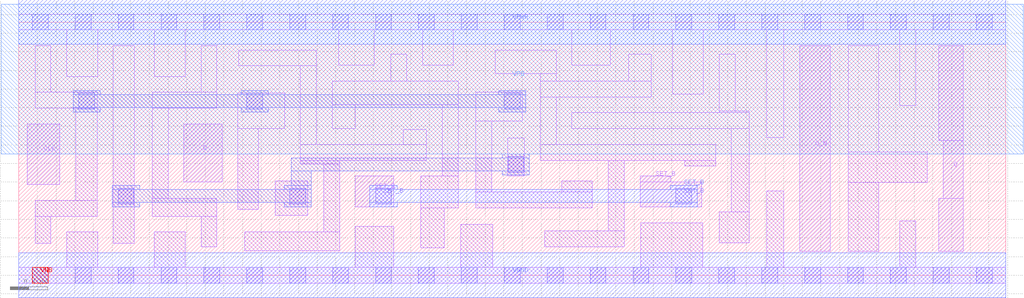
<source format=lef>
# Copyright 2020 The SkyWater PDK Authors
#
# Licensed under the Apache License, Version 2.0 (the "License");
# you may not use this file except in compliance with the License.
# You may obtain a copy of the License at
#
#     https://www.apache.org/licenses/LICENSE-2.0
#
# Unless required by applicable law or agreed to in writing, software
# distributed under the License is distributed on an "AS IS" BASIS,
# WITHOUT WARRANTIES OR CONDITIONS OF ANY KIND, either express or implied.
# See the License for the specific language governing permissions and
# limitations under the License.
#
# SPDX-License-Identifier: Apache-2.0

VERSION 5.7 ;
  NOWIREEXTENSIONATPIN ON ;
  DIVIDERCHAR "/" ;
  BUSBITCHARS "[]" ;
MACRO sky130_fd_sc_hd__dfsbp_1
  CLASS CORE ;
  FOREIGN sky130_fd_sc_hd__dfsbp_1 ;
  ORIGIN  0.000000  0.000000 ;
  SIZE  10.58000 BY  2.720000 ;
  SYMMETRY X Y R90 ;
  SITE unithd ;
  PIN D
    ANTENNAGATEAREA  0.222000 ;
    DIRECTION INPUT ;
    USE SIGNAL ;
    PORT
      LAYER li1 ;
        RECT 1.770000 1.005000 2.180000 1.625000 ;
    END
  END D
  PIN Q
    ANTENNADIFFAREA  0.429000 ;
    DIRECTION OUTPUT ;
    USE SIGNAL ;
    PORT
      LAYER li1 ;
        RECT 9.865000 0.255000 10.125000 0.825000 ;
        RECT 9.865000 1.445000 10.125000 2.465000 ;
        RECT 9.910000 0.825000 10.125000 1.445000 ;
    END
  END Q
  PIN Q_N
    ANTENNADIFFAREA  0.429000 ;
    DIRECTION OUTPUT ;
    USE SIGNAL ;
    PORT
      LAYER li1 ;
        RECT 8.370000 0.255000 8.700000 2.465000 ;
    END
  END Q_N
  PIN SET_B
    ANTENNAGATEAREA  0.252000 ;
    DIRECTION INPUT ;
    USE SIGNAL ;
    PORT
      LAYER li1 ;
        RECT 3.610000 0.735000 4.020000 1.065000 ;
      LAYER mcon ;
        RECT 3.825000 0.765000 3.995000 0.935000 ;
    END
    PORT
      LAYER li1 ;
        RECT 6.660000 0.735000 7.320000 1.005000 ;
        RECT 6.660000 1.005000 6.990000 1.065000 ;
      LAYER mcon ;
        RECT 7.045000 0.765000 7.215000 0.935000 ;
    END
    PORT
      LAYER met1 ;
        RECT 3.765000 0.735000 4.055000 0.780000 ;
        RECT 3.765000 0.780000 7.275000 0.920000 ;
        RECT 3.765000 0.920000 4.055000 0.965000 ;
        RECT 6.985000 0.735000 7.275000 0.780000 ;
        RECT 6.985000 0.920000 7.275000 0.965000 ;
    END
  END SET_B
  PIN VNB
    PORT
      LAYER pwell ;
        RECT 0.145000 -0.085000 0.315000 0.085000 ;
    END
  END VNB
  PIN VPB
    PORT
      LAYER nwell ;
        RECT -0.190000 1.305000 10.770000 2.910000 ;
    END
  END VPB
  PIN CLK
    ANTENNAGATEAREA  0.159000 ;
    DIRECTION INPUT ;
    USE CLOCK ;
    PORT
      LAYER li1 ;
        RECT 0.090000 0.975000 0.440000 1.625000 ;
    END
  END CLK
  PIN VGND
    DIRECTION INOUT ;
    SHAPE ABUTMENT ;
    USE GROUND ;
    PORT
      LAYER met1 ;
        RECT 0.000000 -0.240000 10.580000 0.240000 ;
    END
  END VGND
  PIN VPWR
    DIRECTION INOUT ;
    SHAPE ABUTMENT ;
    USE POWER ;
    PORT
      LAYER met1 ;
        RECT 0.000000 2.480000 10.580000 2.960000 ;
    END
  END VPWR
  OBS
    LAYER li1 ;
      RECT 0.000000 -0.085000 10.580000 0.085000 ;
      RECT 0.000000  2.635000 10.580000 2.805000 ;
      RECT 0.175000  0.345000  0.345000 0.635000 ;
      RECT 0.175000  0.635000  0.840000 0.805000 ;
      RECT 0.175000  1.795000  0.840000 1.965000 ;
      RECT 0.175000  1.965000  0.345000 2.465000 ;
      RECT 0.515000  0.085000  0.845000 0.465000 ;
      RECT 0.515000  2.135000  0.845000 2.635000 ;
      RECT 0.610000  0.805000  0.840000 1.795000 ;
      RECT 1.015000  0.345000  1.240000 2.465000 ;
      RECT 1.430000  0.635000  2.125000 0.825000 ;
      RECT 1.430000  0.825000  1.600000 1.795000 ;
      RECT 1.430000  1.795000  2.125000 1.965000 ;
      RECT 1.455000  0.085000  1.785000 0.465000 ;
      RECT 1.455000  2.135000  1.785000 2.635000 ;
      RECT 1.955000  0.305000  2.125000 0.635000 ;
      RECT 1.955000  1.965000  2.125000 2.465000 ;
      RECT 2.350000  0.705000  2.570000 1.575000 ;
      RECT 2.350000  1.575000  2.850000 1.955000 ;
      RECT 2.360000  2.250000  3.190000 2.420000 ;
      RECT 2.425000  0.265000  3.440000 0.465000 ;
      RECT 2.750000  0.645000  3.100000 1.015000 ;
      RECT 3.020000  1.195000  3.440000 1.235000 ;
      RECT 3.020000  1.235000  4.370000 1.405000 ;
      RECT 3.020000  1.405000  3.190000 2.250000 ;
      RECT 3.270000  0.465000  3.440000 1.195000 ;
      RECT 3.360000  1.575000  3.610000 1.835000 ;
      RECT 3.360000  1.835000  4.710000 2.085000 ;
      RECT 3.430000  2.255000  3.810000 2.635000 ;
      RECT 3.610000  0.085000  4.020000 0.525000 ;
      RECT 3.990000  2.085000  4.160000 2.375000 ;
      RECT 4.120000  1.405000  4.370000 1.565000 ;
      RECT 4.310000  0.295000  4.560000 0.725000 ;
      RECT 4.310000  0.725000  4.710000 1.065000 ;
      RECT 4.330000  2.255000  4.660000 2.635000 ;
      RECT 4.540000  1.065000  4.710000 1.835000 ;
      RECT 4.740000  0.085000  5.080000 0.545000 ;
      RECT 4.900000  0.725000  6.150000 0.895000 ;
      RECT 4.900000  0.895000  5.070000 1.655000 ;
      RECT 4.900000  1.655000  5.400000 1.965000 ;
      RECT 5.110000  2.165000  5.760000 2.415000 ;
      RECT 5.240000  1.065000  5.420000 1.475000 ;
      RECT 5.590000  1.235000  7.470000 1.405000 ;
      RECT 5.590000  1.405000  5.760000 1.915000 ;
      RECT 5.590000  1.915000  6.780000 2.085000 ;
      RECT 5.590000  2.085000  5.760000 2.165000 ;
      RECT 5.640000  0.305000  6.490000 0.475000 ;
      RECT 5.820000  0.895000  6.150000 1.015000 ;
      RECT 5.930000  1.575000  7.830000 1.745000 ;
      RECT 5.930000  2.255000  6.340000 2.635000 ;
      RECT 6.320000  0.475000  6.490000 1.235000 ;
      RECT 6.540000  2.085000  6.780000 2.375000 ;
      RECT 6.670000  0.085000  7.330000 0.565000 ;
      RECT 7.010000  1.945000  7.340000 2.635000 ;
      RECT 7.140000  1.175000  7.470000 1.235000 ;
      RECT 7.510000  0.350000  7.830000 0.680000 ;
      RECT 7.510000  1.745000  7.830000 1.765000 ;
      RECT 7.510000  1.765000  7.680000 2.375000 ;
      RECT 7.640000  0.680000  7.830000 1.575000 ;
      RECT 8.020000  0.085000  8.200000 0.905000 ;
      RECT 8.020000  1.480000  8.200000 2.635000 ;
      RECT 8.890000  0.255000  9.220000 0.995000 ;
      RECT 8.890000  0.995000  9.740000 1.325000 ;
      RECT 8.890000  1.325000  9.220000 2.465000 ;
      RECT 9.445000  0.085000  9.615000 0.585000 ;
      RECT 9.445000  1.825000  9.615000 2.635000 ;
    LAYER mcon ;
      RECT  0.145000 -0.085000  0.315000 0.085000 ;
      RECT  0.145000  2.635000  0.315000 2.805000 ;
      RECT  0.605000 -0.085000  0.775000 0.085000 ;
      RECT  0.605000  2.635000  0.775000 2.805000 ;
      RECT  0.645000  1.785000  0.815000 1.955000 ;
      RECT  1.065000 -0.085000  1.235000 0.085000 ;
      RECT  1.065000  0.765000  1.235000 0.935000 ;
      RECT  1.065000  2.635000  1.235000 2.805000 ;
      RECT  1.525000 -0.085000  1.695000 0.085000 ;
      RECT  1.525000  2.635000  1.695000 2.805000 ;
      RECT  1.985000 -0.085000  2.155000 0.085000 ;
      RECT  1.985000  2.635000  2.155000 2.805000 ;
      RECT  2.445000 -0.085000  2.615000 0.085000 ;
      RECT  2.445000  1.785000  2.615000 1.955000 ;
      RECT  2.445000  2.635000  2.615000 2.805000 ;
      RECT  2.905000 -0.085000  3.075000 0.085000 ;
      RECT  2.905000  0.765000  3.075000 0.935000 ;
      RECT  2.905000  2.635000  3.075000 2.805000 ;
      RECT  3.365000 -0.085000  3.535000 0.085000 ;
      RECT  3.365000  2.635000  3.535000 2.805000 ;
      RECT  3.825000 -0.085000  3.995000 0.085000 ;
      RECT  3.825000  2.635000  3.995000 2.805000 ;
      RECT  4.285000 -0.085000  4.455000 0.085000 ;
      RECT  4.285000  2.635000  4.455000 2.805000 ;
      RECT  4.745000 -0.085000  4.915000 0.085000 ;
      RECT  4.745000  2.635000  4.915000 2.805000 ;
      RECT  5.205000 -0.085000  5.375000 0.085000 ;
      RECT  5.205000  1.785000  5.375000 1.955000 ;
      RECT  5.205000  2.635000  5.375000 2.805000 ;
      RECT  5.245000  1.105000  5.415000 1.275000 ;
      RECT  5.665000 -0.085000  5.835000 0.085000 ;
      RECT  5.665000  2.635000  5.835000 2.805000 ;
      RECT  6.125000 -0.085000  6.295000 0.085000 ;
      RECT  6.125000  2.635000  6.295000 2.805000 ;
      RECT  6.585000 -0.085000  6.755000 0.085000 ;
      RECT  6.585000  2.635000  6.755000 2.805000 ;
      RECT  7.045000 -0.085000  7.215000 0.085000 ;
      RECT  7.045000  2.635000  7.215000 2.805000 ;
      RECT  7.505000 -0.085000  7.675000 0.085000 ;
      RECT  7.505000  2.635000  7.675000 2.805000 ;
      RECT  7.965000 -0.085000  8.135000 0.085000 ;
      RECT  7.965000  2.635000  8.135000 2.805000 ;
      RECT  8.425000 -0.085000  8.595000 0.085000 ;
      RECT  8.425000  2.635000  8.595000 2.805000 ;
      RECT  8.885000 -0.085000  9.055000 0.085000 ;
      RECT  8.885000  2.635000  9.055000 2.805000 ;
      RECT  9.345000 -0.085000  9.515000 0.085000 ;
      RECT  9.345000  2.635000  9.515000 2.805000 ;
      RECT  9.805000 -0.085000  9.975000 0.085000 ;
      RECT  9.805000  2.635000  9.975000 2.805000 ;
      RECT 10.265000 -0.085000 10.435000 0.085000 ;
      RECT 10.265000  2.635000 10.435000 2.805000 ;
    LAYER met1 ;
      RECT 0.585000 1.755000 0.875000 1.800000 ;
      RECT 0.585000 1.800000 5.435000 1.940000 ;
      RECT 0.585000 1.940000 0.875000 1.985000 ;
      RECT 1.005000 0.735000 1.295000 0.780000 ;
      RECT 1.005000 0.780000 3.135000 0.920000 ;
      RECT 1.005000 0.920000 1.295000 0.965000 ;
      RECT 2.385000 1.755000 2.675000 1.800000 ;
      RECT 2.385000 1.940000 2.675000 1.985000 ;
      RECT 2.845000 0.735000 3.135000 0.780000 ;
      RECT 2.845000 0.920000 3.135000 0.965000 ;
      RECT 2.920000 0.965000 3.135000 1.120000 ;
      RECT 2.920000 1.120000 5.475000 1.260000 ;
      RECT 5.145000 1.755000 5.435000 1.800000 ;
      RECT 5.145000 1.940000 5.435000 1.985000 ;
      RECT 5.185000 1.075000 5.475000 1.120000 ;
      RECT 5.185000 1.260000 5.475000 1.305000 ;
  END
END sky130_fd_sc_hd__dfsbp_1
END LIBRARY

</source>
